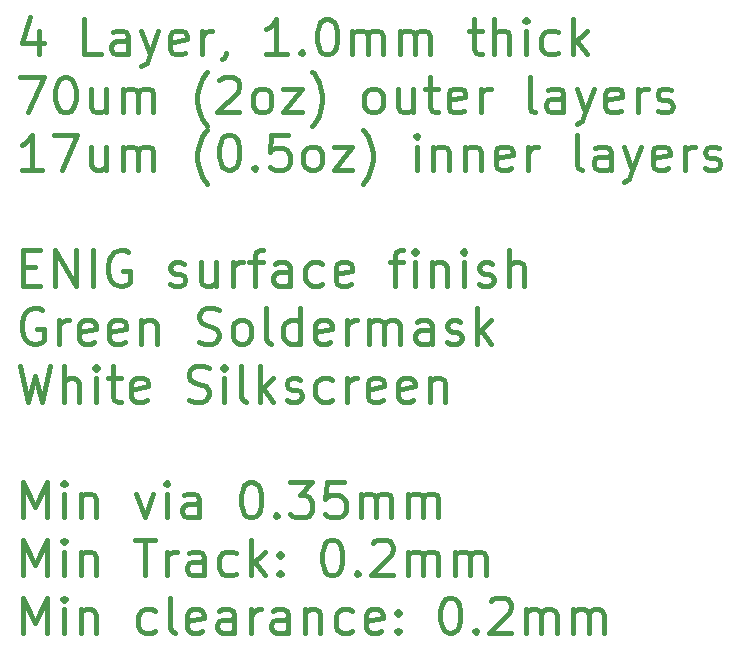
<source format=gbr>
G04 #@! TF.FileFunction,Other,Comment*
%FSLAX46Y46*%
G04 Gerber Fmt 4.6, Leading zero omitted, Abs format (unit mm)*
G04 Created by KiCad (PCBNEW (2016-11-21 revision f7cc0a9)-makepkg) date 06/05/17 10:20:09*
%MOMM*%
%LPD*%
G01*
G04 APERTURE LIST*
%ADD10C,0.100000*%
%ADD11C,0.400000*%
G04 APERTURE END LIST*
D10*
D11*
X169260000Y-53457142D02*
X169260000Y-55457142D01*
X168545714Y-52314285D02*
X167831428Y-54457142D01*
X169688571Y-54457142D01*
X174545714Y-55457142D02*
X173117142Y-55457142D01*
X173117142Y-52457142D01*
X176831428Y-55457142D02*
X176831428Y-53885714D01*
X176688571Y-53600000D01*
X176402857Y-53457142D01*
X175831428Y-53457142D01*
X175545714Y-53600000D01*
X176831428Y-55314285D02*
X176545714Y-55457142D01*
X175831428Y-55457142D01*
X175545714Y-55314285D01*
X175402857Y-55028571D01*
X175402857Y-54742857D01*
X175545714Y-54457142D01*
X175831428Y-54314285D01*
X176545714Y-54314285D01*
X176831428Y-54171428D01*
X177974285Y-53457142D02*
X178688571Y-55457142D01*
X179402857Y-53457142D02*
X178688571Y-55457142D01*
X178402857Y-56171428D01*
X178260000Y-56314285D01*
X177974285Y-56457142D01*
X181688571Y-55314285D02*
X181402857Y-55457142D01*
X180831428Y-55457142D01*
X180545714Y-55314285D01*
X180402857Y-55028571D01*
X180402857Y-53885714D01*
X180545714Y-53600000D01*
X180831428Y-53457142D01*
X181402857Y-53457142D01*
X181688571Y-53600000D01*
X181831428Y-53885714D01*
X181831428Y-54171428D01*
X180402857Y-54457142D01*
X183117142Y-55457142D02*
X183117142Y-53457142D01*
X183117142Y-54028571D02*
X183260000Y-53742857D01*
X183402857Y-53600000D01*
X183688571Y-53457142D01*
X183974285Y-53457142D01*
X185117142Y-55314285D02*
X185117142Y-55457142D01*
X184974285Y-55742857D01*
X184831428Y-55885714D01*
X190260000Y-55457142D02*
X188545714Y-55457142D01*
X189402857Y-55457142D02*
X189402857Y-52457142D01*
X189117142Y-52885714D01*
X188831428Y-53171428D01*
X188545714Y-53314285D01*
X191545714Y-55171428D02*
X191688571Y-55314285D01*
X191545714Y-55457142D01*
X191402857Y-55314285D01*
X191545714Y-55171428D01*
X191545714Y-55457142D01*
X193545714Y-52457142D02*
X193831428Y-52457142D01*
X194117142Y-52600000D01*
X194260000Y-52742857D01*
X194402857Y-53028571D01*
X194545714Y-53600000D01*
X194545714Y-54314285D01*
X194402857Y-54885714D01*
X194260000Y-55171428D01*
X194117142Y-55314285D01*
X193831428Y-55457142D01*
X193545714Y-55457142D01*
X193260000Y-55314285D01*
X193117142Y-55171428D01*
X192974285Y-54885714D01*
X192831428Y-54314285D01*
X192831428Y-53600000D01*
X192974285Y-53028571D01*
X193117142Y-52742857D01*
X193260000Y-52600000D01*
X193545714Y-52457142D01*
X195831428Y-55457142D02*
X195831428Y-53457142D01*
X195831428Y-53742857D02*
X195974285Y-53600000D01*
X196260000Y-53457142D01*
X196688571Y-53457142D01*
X196974285Y-53600000D01*
X197117142Y-53885714D01*
X197117142Y-55457142D01*
X197117142Y-53885714D02*
X197260000Y-53600000D01*
X197545714Y-53457142D01*
X197974285Y-53457142D01*
X198260000Y-53600000D01*
X198402857Y-53885714D01*
X198402857Y-55457142D01*
X199831428Y-55457142D02*
X199831428Y-53457142D01*
X199831428Y-53742857D02*
X199974285Y-53600000D01*
X200260000Y-53457142D01*
X200688571Y-53457142D01*
X200974285Y-53600000D01*
X201117142Y-53885714D01*
X201117142Y-55457142D01*
X201117142Y-53885714D02*
X201260000Y-53600000D01*
X201545714Y-53457142D01*
X201974285Y-53457142D01*
X202260000Y-53600000D01*
X202402857Y-53885714D01*
X202402857Y-55457142D01*
X205688571Y-53457142D02*
X206831428Y-53457142D01*
X206117142Y-52457142D02*
X206117142Y-55028571D01*
X206260000Y-55314285D01*
X206545714Y-55457142D01*
X206831428Y-55457142D01*
X207831428Y-55457142D02*
X207831428Y-52457142D01*
X209117142Y-55457142D02*
X209117142Y-53885714D01*
X208974285Y-53600000D01*
X208688571Y-53457142D01*
X208260000Y-53457142D01*
X207974285Y-53600000D01*
X207831428Y-53742857D01*
X210545714Y-55457142D02*
X210545714Y-53457142D01*
X210545714Y-52457142D02*
X210402857Y-52600000D01*
X210545714Y-52742857D01*
X210688571Y-52600000D01*
X210545714Y-52457142D01*
X210545714Y-52742857D01*
X213260000Y-55314285D02*
X212974285Y-55457142D01*
X212402857Y-55457142D01*
X212117142Y-55314285D01*
X211974285Y-55171428D01*
X211831428Y-54885714D01*
X211831428Y-54028571D01*
X211974285Y-53742857D01*
X212117142Y-53600000D01*
X212402857Y-53457142D01*
X212974285Y-53457142D01*
X213260000Y-53600000D01*
X214545714Y-55457142D02*
X214545714Y-52457142D01*
X214831428Y-54314285D02*
X215688571Y-55457142D01*
X215688571Y-53457142D02*
X214545714Y-54600000D01*
X167688571Y-57357142D02*
X169688571Y-57357142D01*
X168402857Y-60357142D01*
X171402857Y-57357142D02*
X171688571Y-57357142D01*
X171974285Y-57500000D01*
X172117142Y-57642857D01*
X172260000Y-57928571D01*
X172402857Y-58500000D01*
X172402857Y-59214285D01*
X172260000Y-59785714D01*
X172117142Y-60071428D01*
X171974285Y-60214285D01*
X171688571Y-60357142D01*
X171402857Y-60357142D01*
X171117142Y-60214285D01*
X170974285Y-60071428D01*
X170831428Y-59785714D01*
X170688571Y-59214285D01*
X170688571Y-58500000D01*
X170831428Y-57928571D01*
X170974285Y-57642857D01*
X171117142Y-57500000D01*
X171402857Y-57357142D01*
X174974285Y-58357142D02*
X174974285Y-60357142D01*
X173688571Y-58357142D02*
X173688571Y-59928571D01*
X173831428Y-60214285D01*
X174117142Y-60357142D01*
X174545714Y-60357142D01*
X174831428Y-60214285D01*
X174974285Y-60071428D01*
X176402857Y-60357142D02*
X176402857Y-58357142D01*
X176402857Y-58642857D02*
X176545714Y-58500000D01*
X176831428Y-58357142D01*
X177260000Y-58357142D01*
X177545714Y-58500000D01*
X177688571Y-58785714D01*
X177688571Y-60357142D01*
X177688571Y-58785714D02*
X177831428Y-58500000D01*
X178117142Y-58357142D01*
X178545714Y-58357142D01*
X178831428Y-58500000D01*
X178974285Y-58785714D01*
X178974285Y-60357142D01*
X183545714Y-61500000D02*
X183402857Y-61357142D01*
X183117142Y-60928571D01*
X182974285Y-60642857D01*
X182831428Y-60214285D01*
X182688571Y-59500000D01*
X182688571Y-58928571D01*
X182831428Y-58214285D01*
X182974285Y-57785714D01*
X183117142Y-57500000D01*
X183402857Y-57071428D01*
X183545714Y-56928571D01*
X184545714Y-57642857D02*
X184688571Y-57500000D01*
X184974285Y-57357142D01*
X185688571Y-57357142D01*
X185974285Y-57500000D01*
X186117142Y-57642857D01*
X186260000Y-57928571D01*
X186260000Y-58214285D01*
X186117142Y-58642857D01*
X184402857Y-60357142D01*
X186260000Y-60357142D01*
X187974285Y-60357142D02*
X187688571Y-60214285D01*
X187545714Y-60071428D01*
X187402857Y-59785714D01*
X187402857Y-58928571D01*
X187545714Y-58642857D01*
X187688571Y-58500000D01*
X187974285Y-58357142D01*
X188402857Y-58357142D01*
X188688571Y-58500000D01*
X188831428Y-58642857D01*
X188974285Y-58928571D01*
X188974285Y-59785714D01*
X188831428Y-60071428D01*
X188688571Y-60214285D01*
X188402857Y-60357142D01*
X187974285Y-60357142D01*
X189974285Y-58357142D02*
X191545714Y-58357142D01*
X189974285Y-60357142D01*
X191545714Y-60357142D01*
X192402857Y-61500000D02*
X192545714Y-61357142D01*
X192831428Y-60928571D01*
X192974285Y-60642857D01*
X193117142Y-60214285D01*
X193260000Y-59500000D01*
X193260000Y-58928571D01*
X193117142Y-58214285D01*
X192974285Y-57785714D01*
X192831428Y-57500000D01*
X192545714Y-57071428D01*
X192402857Y-56928571D01*
X197402857Y-60357142D02*
X197117142Y-60214285D01*
X196974285Y-60071428D01*
X196831428Y-59785714D01*
X196831428Y-58928571D01*
X196974285Y-58642857D01*
X197117142Y-58500000D01*
X197402857Y-58357142D01*
X197831428Y-58357142D01*
X198117142Y-58500000D01*
X198260000Y-58642857D01*
X198402857Y-58928571D01*
X198402857Y-59785714D01*
X198260000Y-60071428D01*
X198117142Y-60214285D01*
X197831428Y-60357142D01*
X197402857Y-60357142D01*
X200974285Y-58357142D02*
X200974285Y-60357142D01*
X199688571Y-58357142D02*
X199688571Y-59928571D01*
X199831428Y-60214285D01*
X200117142Y-60357142D01*
X200545714Y-60357142D01*
X200831428Y-60214285D01*
X200974285Y-60071428D01*
X201974285Y-58357142D02*
X203117142Y-58357142D01*
X202402857Y-57357142D02*
X202402857Y-59928571D01*
X202545714Y-60214285D01*
X202831428Y-60357142D01*
X203117142Y-60357142D01*
X205260000Y-60214285D02*
X204974285Y-60357142D01*
X204402857Y-60357142D01*
X204117142Y-60214285D01*
X203974285Y-59928571D01*
X203974285Y-58785714D01*
X204117142Y-58500000D01*
X204402857Y-58357142D01*
X204974285Y-58357142D01*
X205260000Y-58500000D01*
X205402857Y-58785714D01*
X205402857Y-59071428D01*
X203974285Y-59357142D01*
X206688571Y-60357142D02*
X206688571Y-58357142D01*
X206688571Y-58928571D02*
X206831428Y-58642857D01*
X206974285Y-58500000D01*
X207260000Y-58357142D01*
X207545714Y-58357142D01*
X211260000Y-60357142D02*
X210974285Y-60214285D01*
X210831428Y-59928571D01*
X210831428Y-57357142D01*
X213688571Y-60357142D02*
X213688571Y-58785714D01*
X213545714Y-58500000D01*
X213260000Y-58357142D01*
X212688571Y-58357142D01*
X212402857Y-58500000D01*
X213688571Y-60214285D02*
X213402857Y-60357142D01*
X212688571Y-60357142D01*
X212402857Y-60214285D01*
X212260000Y-59928571D01*
X212260000Y-59642857D01*
X212402857Y-59357142D01*
X212688571Y-59214285D01*
X213402857Y-59214285D01*
X213688571Y-59071428D01*
X214831428Y-58357142D02*
X215545714Y-60357142D01*
X216260000Y-58357142D02*
X215545714Y-60357142D01*
X215260000Y-61071428D01*
X215117142Y-61214285D01*
X214831428Y-61357142D01*
X218545714Y-60214285D02*
X218260000Y-60357142D01*
X217688571Y-60357142D01*
X217402857Y-60214285D01*
X217260000Y-59928571D01*
X217260000Y-58785714D01*
X217402857Y-58500000D01*
X217688571Y-58357142D01*
X218260000Y-58357142D01*
X218545714Y-58500000D01*
X218688571Y-58785714D01*
X218688571Y-59071428D01*
X217260000Y-59357142D01*
X219974285Y-60357142D02*
X219974285Y-58357142D01*
X219974285Y-58928571D02*
X220117142Y-58642857D01*
X220260000Y-58500000D01*
X220545714Y-58357142D01*
X220831428Y-58357142D01*
X221688571Y-60214285D02*
X221974285Y-60357142D01*
X222545714Y-60357142D01*
X222831428Y-60214285D01*
X222974285Y-59928571D01*
X222974285Y-59785714D01*
X222831428Y-59500000D01*
X222545714Y-59357142D01*
X222117142Y-59357142D01*
X221831428Y-59214285D01*
X221688571Y-58928571D01*
X221688571Y-58785714D01*
X221831428Y-58500000D01*
X222117142Y-58357142D01*
X222545714Y-58357142D01*
X222831428Y-58500000D01*
X169545714Y-65257142D02*
X167831428Y-65257142D01*
X168688571Y-65257142D02*
X168688571Y-62257142D01*
X168402857Y-62685714D01*
X168117142Y-62971428D01*
X167831428Y-63114285D01*
X170545714Y-62257142D02*
X172545714Y-62257142D01*
X171260000Y-65257142D01*
X174974285Y-63257142D02*
X174974285Y-65257142D01*
X173688571Y-63257142D02*
X173688571Y-64828571D01*
X173831428Y-65114285D01*
X174117142Y-65257142D01*
X174545714Y-65257142D01*
X174831428Y-65114285D01*
X174974285Y-64971428D01*
X176402857Y-65257142D02*
X176402857Y-63257142D01*
X176402857Y-63542857D02*
X176545714Y-63400000D01*
X176831428Y-63257142D01*
X177260000Y-63257142D01*
X177545714Y-63400000D01*
X177688571Y-63685714D01*
X177688571Y-65257142D01*
X177688571Y-63685714D02*
X177831428Y-63400000D01*
X178117142Y-63257142D01*
X178545714Y-63257142D01*
X178831428Y-63400000D01*
X178974285Y-63685714D01*
X178974285Y-65257142D01*
X183545714Y-66400000D02*
X183402857Y-66257142D01*
X183117142Y-65828571D01*
X182974285Y-65542857D01*
X182831428Y-65114285D01*
X182688571Y-64400000D01*
X182688571Y-63828571D01*
X182831428Y-63114285D01*
X182974285Y-62685714D01*
X183117142Y-62400000D01*
X183402857Y-61971428D01*
X183545714Y-61828571D01*
X185260000Y-62257142D02*
X185545714Y-62257142D01*
X185831428Y-62400000D01*
X185974285Y-62542857D01*
X186117142Y-62828571D01*
X186260000Y-63400000D01*
X186260000Y-64114285D01*
X186117142Y-64685714D01*
X185974285Y-64971428D01*
X185831428Y-65114285D01*
X185545714Y-65257142D01*
X185260000Y-65257142D01*
X184974285Y-65114285D01*
X184831428Y-64971428D01*
X184688571Y-64685714D01*
X184545714Y-64114285D01*
X184545714Y-63400000D01*
X184688571Y-62828571D01*
X184831428Y-62542857D01*
X184974285Y-62400000D01*
X185260000Y-62257142D01*
X187545714Y-64971428D02*
X187688571Y-65114285D01*
X187545714Y-65257142D01*
X187402857Y-65114285D01*
X187545714Y-64971428D01*
X187545714Y-65257142D01*
X190402857Y-62257142D02*
X188974285Y-62257142D01*
X188831428Y-63685714D01*
X188974285Y-63542857D01*
X189260000Y-63400000D01*
X189974285Y-63400000D01*
X190260000Y-63542857D01*
X190402857Y-63685714D01*
X190545714Y-63971428D01*
X190545714Y-64685714D01*
X190402857Y-64971428D01*
X190260000Y-65114285D01*
X189974285Y-65257142D01*
X189260000Y-65257142D01*
X188974285Y-65114285D01*
X188831428Y-64971428D01*
X192260000Y-65257142D02*
X191974285Y-65114285D01*
X191831428Y-64971428D01*
X191688571Y-64685714D01*
X191688571Y-63828571D01*
X191831428Y-63542857D01*
X191974285Y-63400000D01*
X192260000Y-63257142D01*
X192688571Y-63257142D01*
X192974285Y-63400000D01*
X193117142Y-63542857D01*
X193260000Y-63828571D01*
X193260000Y-64685714D01*
X193117142Y-64971428D01*
X192974285Y-65114285D01*
X192688571Y-65257142D01*
X192260000Y-65257142D01*
X194260000Y-63257142D02*
X195831428Y-63257142D01*
X194260000Y-65257142D01*
X195831428Y-65257142D01*
X196688571Y-66400000D02*
X196831428Y-66257142D01*
X197117142Y-65828571D01*
X197260000Y-65542857D01*
X197402857Y-65114285D01*
X197545714Y-64400000D01*
X197545714Y-63828571D01*
X197402857Y-63114285D01*
X197260000Y-62685714D01*
X197117142Y-62400000D01*
X196831428Y-61971428D01*
X196688571Y-61828571D01*
X201260000Y-65257142D02*
X201260000Y-63257142D01*
X201260000Y-62257142D02*
X201117142Y-62400000D01*
X201260000Y-62542857D01*
X201402857Y-62400000D01*
X201260000Y-62257142D01*
X201260000Y-62542857D01*
X202688571Y-63257142D02*
X202688571Y-65257142D01*
X202688571Y-63542857D02*
X202831428Y-63400000D01*
X203117142Y-63257142D01*
X203545714Y-63257142D01*
X203831428Y-63400000D01*
X203974285Y-63685714D01*
X203974285Y-65257142D01*
X205402857Y-63257142D02*
X205402857Y-65257142D01*
X205402857Y-63542857D02*
X205545714Y-63400000D01*
X205831428Y-63257142D01*
X206260000Y-63257142D01*
X206545714Y-63400000D01*
X206688571Y-63685714D01*
X206688571Y-65257142D01*
X209260000Y-65114285D02*
X208974285Y-65257142D01*
X208402857Y-65257142D01*
X208117142Y-65114285D01*
X207974285Y-64828571D01*
X207974285Y-63685714D01*
X208117142Y-63400000D01*
X208402857Y-63257142D01*
X208974285Y-63257142D01*
X209260000Y-63400000D01*
X209402857Y-63685714D01*
X209402857Y-63971428D01*
X207974285Y-64257142D01*
X210688571Y-65257142D02*
X210688571Y-63257142D01*
X210688571Y-63828571D02*
X210831428Y-63542857D01*
X210974285Y-63400000D01*
X211260000Y-63257142D01*
X211545714Y-63257142D01*
X215260000Y-65257142D02*
X214974285Y-65114285D01*
X214831428Y-64828571D01*
X214831428Y-62257142D01*
X217688571Y-65257142D02*
X217688571Y-63685714D01*
X217545714Y-63400000D01*
X217260000Y-63257142D01*
X216688571Y-63257142D01*
X216402857Y-63400000D01*
X217688571Y-65114285D02*
X217402857Y-65257142D01*
X216688571Y-65257142D01*
X216402857Y-65114285D01*
X216260000Y-64828571D01*
X216260000Y-64542857D01*
X216402857Y-64257142D01*
X216688571Y-64114285D01*
X217402857Y-64114285D01*
X217688571Y-63971428D01*
X218831428Y-63257142D02*
X219545714Y-65257142D01*
X220260000Y-63257142D02*
X219545714Y-65257142D01*
X219260000Y-65971428D01*
X219117142Y-66114285D01*
X218831428Y-66257142D01*
X222545714Y-65114285D02*
X222260000Y-65257142D01*
X221688571Y-65257142D01*
X221402857Y-65114285D01*
X221260000Y-64828571D01*
X221260000Y-63685714D01*
X221402857Y-63400000D01*
X221688571Y-63257142D01*
X222260000Y-63257142D01*
X222545714Y-63400000D01*
X222688571Y-63685714D01*
X222688571Y-63971428D01*
X221260000Y-64257142D01*
X223974285Y-65257142D02*
X223974285Y-63257142D01*
X223974285Y-63828571D02*
X224117142Y-63542857D01*
X224260000Y-63400000D01*
X224545714Y-63257142D01*
X224831428Y-63257142D01*
X225688571Y-65114285D02*
X225974285Y-65257142D01*
X226545714Y-65257142D01*
X226831428Y-65114285D01*
X226974285Y-64828571D01*
X226974285Y-64685714D01*
X226831428Y-64400000D01*
X226545714Y-64257142D01*
X226117142Y-64257142D01*
X225831428Y-64114285D01*
X225688571Y-63828571D01*
X225688571Y-63685714D01*
X225831428Y-63400000D01*
X226117142Y-63257142D01*
X226545714Y-63257142D01*
X226831428Y-63400000D01*
X167974285Y-73485714D02*
X168974285Y-73485714D01*
X169402857Y-75057142D02*
X167974285Y-75057142D01*
X167974285Y-72057142D01*
X169402857Y-72057142D01*
X170688571Y-75057142D02*
X170688571Y-72057142D01*
X172402857Y-75057142D01*
X172402857Y-72057142D01*
X173831428Y-75057142D02*
X173831428Y-72057142D01*
X176831428Y-72200000D02*
X176545714Y-72057142D01*
X176117142Y-72057142D01*
X175688571Y-72200000D01*
X175402857Y-72485714D01*
X175260000Y-72771428D01*
X175117142Y-73342857D01*
X175117142Y-73771428D01*
X175260000Y-74342857D01*
X175402857Y-74628571D01*
X175688571Y-74914285D01*
X176117142Y-75057142D01*
X176402857Y-75057142D01*
X176831428Y-74914285D01*
X176974285Y-74771428D01*
X176974285Y-73771428D01*
X176402857Y-73771428D01*
X180402857Y-74914285D02*
X180688571Y-75057142D01*
X181260000Y-75057142D01*
X181545714Y-74914285D01*
X181688571Y-74628571D01*
X181688571Y-74485714D01*
X181545714Y-74200000D01*
X181260000Y-74057142D01*
X180831428Y-74057142D01*
X180545714Y-73914285D01*
X180402857Y-73628571D01*
X180402857Y-73485714D01*
X180545714Y-73200000D01*
X180831428Y-73057142D01*
X181260000Y-73057142D01*
X181545714Y-73200000D01*
X184260000Y-73057142D02*
X184260000Y-75057142D01*
X182974285Y-73057142D02*
X182974285Y-74628571D01*
X183117142Y-74914285D01*
X183402857Y-75057142D01*
X183831428Y-75057142D01*
X184117142Y-74914285D01*
X184260000Y-74771428D01*
X185688571Y-75057142D02*
X185688571Y-73057142D01*
X185688571Y-73628571D02*
X185831428Y-73342857D01*
X185974285Y-73200000D01*
X186260000Y-73057142D01*
X186545714Y-73057142D01*
X187117142Y-73057142D02*
X188260000Y-73057142D01*
X187545714Y-75057142D02*
X187545714Y-72485714D01*
X187688571Y-72200000D01*
X187974285Y-72057142D01*
X188260000Y-72057142D01*
X190545714Y-75057142D02*
X190545714Y-73485714D01*
X190402857Y-73200000D01*
X190117142Y-73057142D01*
X189545714Y-73057142D01*
X189260000Y-73200000D01*
X190545714Y-74914285D02*
X190260000Y-75057142D01*
X189545714Y-75057142D01*
X189260000Y-74914285D01*
X189117142Y-74628571D01*
X189117142Y-74342857D01*
X189260000Y-74057142D01*
X189545714Y-73914285D01*
X190260000Y-73914285D01*
X190545714Y-73771428D01*
X193260000Y-74914285D02*
X192974285Y-75057142D01*
X192402857Y-75057142D01*
X192117142Y-74914285D01*
X191974285Y-74771428D01*
X191831428Y-74485714D01*
X191831428Y-73628571D01*
X191974285Y-73342857D01*
X192117142Y-73200000D01*
X192402857Y-73057142D01*
X192974285Y-73057142D01*
X193260000Y-73200000D01*
X195688571Y-74914285D02*
X195402857Y-75057142D01*
X194831428Y-75057142D01*
X194545714Y-74914285D01*
X194402857Y-74628571D01*
X194402857Y-73485714D01*
X194545714Y-73200000D01*
X194831428Y-73057142D01*
X195402857Y-73057142D01*
X195688571Y-73200000D01*
X195831428Y-73485714D01*
X195831428Y-73771428D01*
X194402857Y-74057142D01*
X198974285Y-73057142D02*
X200117142Y-73057142D01*
X199402857Y-75057142D02*
X199402857Y-72485714D01*
X199545714Y-72200000D01*
X199831428Y-72057142D01*
X200117142Y-72057142D01*
X201117142Y-75057142D02*
X201117142Y-73057142D01*
X201117142Y-72057142D02*
X200974285Y-72200000D01*
X201117142Y-72342857D01*
X201260000Y-72200000D01*
X201117142Y-72057142D01*
X201117142Y-72342857D01*
X202545714Y-73057142D02*
X202545714Y-75057142D01*
X202545714Y-73342857D02*
X202688571Y-73200000D01*
X202974285Y-73057142D01*
X203402857Y-73057142D01*
X203688571Y-73200000D01*
X203831428Y-73485714D01*
X203831428Y-75057142D01*
X205260000Y-75057142D02*
X205260000Y-73057142D01*
X205260000Y-72057142D02*
X205117142Y-72200000D01*
X205260000Y-72342857D01*
X205402857Y-72200000D01*
X205260000Y-72057142D01*
X205260000Y-72342857D01*
X206545714Y-74914285D02*
X206831428Y-75057142D01*
X207402857Y-75057142D01*
X207688571Y-74914285D01*
X207831428Y-74628571D01*
X207831428Y-74485714D01*
X207688571Y-74200000D01*
X207402857Y-74057142D01*
X206974285Y-74057142D01*
X206688571Y-73914285D01*
X206545714Y-73628571D01*
X206545714Y-73485714D01*
X206688571Y-73200000D01*
X206974285Y-73057142D01*
X207402857Y-73057142D01*
X207688571Y-73200000D01*
X209117142Y-75057142D02*
X209117142Y-72057142D01*
X210402857Y-75057142D02*
X210402857Y-73485714D01*
X210260000Y-73200000D01*
X209974285Y-73057142D01*
X209545714Y-73057142D01*
X209260000Y-73200000D01*
X209117142Y-73342857D01*
X169545714Y-77100000D02*
X169260000Y-76957142D01*
X168831428Y-76957142D01*
X168402857Y-77100000D01*
X168117142Y-77385714D01*
X167974285Y-77671428D01*
X167831428Y-78242857D01*
X167831428Y-78671428D01*
X167974285Y-79242857D01*
X168117142Y-79528571D01*
X168402857Y-79814285D01*
X168831428Y-79957142D01*
X169117142Y-79957142D01*
X169545714Y-79814285D01*
X169688571Y-79671428D01*
X169688571Y-78671428D01*
X169117142Y-78671428D01*
X170974285Y-79957142D02*
X170974285Y-77957142D01*
X170974285Y-78528571D02*
X171117142Y-78242857D01*
X171260000Y-78100000D01*
X171545714Y-77957142D01*
X171831428Y-77957142D01*
X173974285Y-79814285D02*
X173688571Y-79957142D01*
X173117142Y-79957142D01*
X172831428Y-79814285D01*
X172688571Y-79528571D01*
X172688571Y-78385714D01*
X172831428Y-78100000D01*
X173117142Y-77957142D01*
X173688571Y-77957142D01*
X173974285Y-78100000D01*
X174117142Y-78385714D01*
X174117142Y-78671428D01*
X172688571Y-78957142D01*
X176545714Y-79814285D02*
X176260000Y-79957142D01*
X175688571Y-79957142D01*
X175402857Y-79814285D01*
X175260000Y-79528571D01*
X175260000Y-78385714D01*
X175402857Y-78100000D01*
X175688571Y-77957142D01*
X176260000Y-77957142D01*
X176545714Y-78100000D01*
X176688571Y-78385714D01*
X176688571Y-78671428D01*
X175260000Y-78957142D01*
X177974285Y-77957142D02*
X177974285Y-79957142D01*
X177974285Y-78242857D02*
X178117142Y-78100000D01*
X178402857Y-77957142D01*
X178831428Y-77957142D01*
X179117142Y-78100000D01*
X179260000Y-78385714D01*
X179260000Y-79957142D01*
X182831428Y-79814285D02*
X183260000Y-79957142D01*
X183974285Y-79957142D01*
X184260000Y-79814285D01*
X184402857Y-79671428D01*
X184545714Y-79385714D01*
X184545714Y-79100000D01*
X184402857Y-78814285D01*
X184260000Y-78671428D01*
X183974285Y-78528571D01*
X183402857Y-78385714D01*
X183117142Y-78242857D01*
X182974285Y-78100000D01*
X182831428Y-77814285D01*
X182831428Y-77528571D01*
X182974285Y-77242857D01*
X183117142Y-77100000D01*
X183402857Y-76957142D01*
X184117142Y-76957142D01*
X184545714Y-77100000D01*
X186260000Y-79957142D02*
X185974285Y-79814285D01*
X185831428Y-79671428D01*
X185688571Y-79385714D01*
X185688571Y-78528571D01*
X185831428Y-78242857D01*
X185974285Y-78100000D01*
X186260000Y-77957142D01*
X186688571Y-77957142D01*
X186974285Y-78100000D01*
X187117142Y-78242857D01*
X187260000Y-78528571D01*
X187260000Y-79385714D01*
X187117142Y-79671428D01*
X186974285Y-79814285D01*
X186688571Y-79957142D01*
X186260000Y-79957142D01*
X188974285Y-79957142D02*
X188688571Y-79814285D01*
X188545714Y-79528571D01*
X188545714Y-76957142D01*
X191402857Y-79957142D02*
X191402857Y-76957142D01*
X191402857Y-79814285D02*
X191117142Y-79957142D01*
X190545714Y-79957142D01*
X190260000Y-79814285D01*
X190117142Y-79671428D01*
X189974285Y-79385714D01*
X189974285Y-78528571D01*
X190117142Y-78242857D01*
X190260000Y-78100000D01*
X190545714Y-77957142D01*
X191117142Y-77957142D01*
X191402857Y-78100000D01*
X193974285Y-79814285D02*
X193688571Y-79957142D01*
X193117142Y-79957142D01*
X192831428Y-79814285D01*
X192688571Y-79528571D01*
X192688571Y-78385714D01*
X192831428Y-78100000D01*
X193117142Y-77957142D01*
X193688571Y-77957142D01*
X193974285Y-78100000D01*
X194117142Y-78385714D01*
X194117142Y-78671428D01*
X192688571Y-78957142D01*
X195402857Y-79957142D02*
X195402857Y-77957142D01*
X195402857Y-78528571D02*
X195545714Y-78242857D01*
X195688571Y-78100000D01*
X195974285Y-77957142D01*
X196260000Y-77957142D01*
X197260000Y-79957142D02*
X197260000Y-77957142D01*
X197260000Y-78242857D02*
X197402857Y-78100000D01*
X197688571Y-77957142D01*
X198117142Y-77957142D01*
X198402857Y-78100000D01*
X198545714Y-78385714D01*
X198545714Y-79957142D01*
X198545714Y-78385714D02*
X198688571Y-78100000D01*
X198974285Y-77957142D01*
X199402857Y-77957142D01*
X199688571Y-78100000D01*
X199831428Y-78385714D01*
X199831428Y-79957142D01*
X202545714Y-79957142D02*
X202545714Y-78385714D01*
X202402857Y-78100000D01*
X202117142Y-77957142D01*
X201545714Y-77957142D01*
X201260000Y-78100000D01*
X202545714Y-79814285D02*
X202260000Y-79957142D01*
X201545714Y-79957142D01*
X201260000Y-79814285D01*
X201117142Y-79528571D01*
X201117142Y-79242857D01*
X201260000Y-78957142D01*
X201545714Y-78814285D01*
X202260000Y-78814285D01*
X202545714Y-78671428D01*
X203831428Y-79814285D02*
X204117142Y-79957142D01*
X204688571Y-79957142D01*
X204974285Y-79814285D01*
X205117142Y-79528571D01*
X205117142Y-79385714D01*
X204974285Y-79100000D01*
X204688571Y-78957142D01*
X204260000Y-78957142D01*
X203974285Y-78814285D01*
X203831428Y-78528571D01*
X203831428Y-78385714D01*
X203974285Y-78100000D01*
X204260000Y-77957142D01*
X204688571Y-77957142D01*
X204974285Y-78100000D01*
X206402857Y-79957142D02*
X206402857Y-76957142D01*
X206688571Y-78814285D02*
X207545714Y-79957142D01*
X207545714Y-77957142D02*
X206402857Y-79100000D01*
X167688571Y-81857142D02*
X168402857Y-84857142D01*
X168974285Y-82714285D01*
X169545714Y-84857142D01*
X170260000Y-81857142D01*
X171402857Y-84857142D02*
X171402857Y-81857142D01*
X172688571Y-84857142D02*
X172688571Y-83285714D01*
X172545714Y-83000000D01*
X172260000Y-82857142D01*
X171831428Y-82857142D01*
X171545714Y-83000000D01*
X171402857Y-83142857D01*
X174117142Y-84857142D02*
X174117142Y-82857142D01*
X174117142Y-81857142D02*
X173974285Y-82000000D01*
X174117142Y-82142857D01*
X174260000Y-82000000D01*
X174117142Y-81857142D01*
X174117142Y-82142857D01*
X175117142Y-82857142D02*
X176260000Y-82857142D01*
X175545714Y-81857142D02*
X175545714Y-84428571D01*
X175688571Y-84714285D01*
X175974285Y-84857142D01*
X176260000Y-84857142D01*
X178402857Y-84714285D02*
X178117142Y-84857142D01*
X177545714Y-84857142D01*
X177260000Y-84714285D01*
X177117142Y-84428571D01*
X177117142Y-83285714D01*
X177260000Y-83000000D01*
X177545714Y-82857142D01*
X178117142Y-82857142D01*
X178402857Y-83000000D01*
X178545714Y-83285714D01*
X178545714Y-83571428D01*
X177117142Y-83857142D01*
X181974285Y-84714285D02*
X182402857Y-84857142D01*
X183117142Y-84857142D01*
X183402857Y-84714285D01*
X183545714Y-84571428D01*
X183688571Y-84285714D01*
X183688571Y-84000000D01*
X183545714Y-83714285D01*
X183402857Y-83571428D01*
X183117142Y-83428571D01*
X182545714Y-83285714D01*
X182260000Y-83142857D01*
X182117142Y-83000000D01*
X181974285Y-82714285D01*
X181974285Y-82428571D01*
X182117142Y-82142857D01*
X182260000Y-82000000D01*
X182545714Y-81857142D01*
X183260000Y-81857142D01*
X183688571Y-82000000D01*
X184974285Y-84857142D02*
X184974285Y-82857142D01*
X184974285Y-81857142D02*
X184831428Y-82000000D01*
X184974285Y-82142857D01*
X185117142Y-82000000D01*
X184974285Y-81857142D01*
X184974285Y-82142857D01*
X186831428Y-84857142D02*
X186545714Y-84714285D01*
X186402857Y-84428571D01*
X186402857Y-81857142D01*
X187974285Y-84857142D02*
X187974285Y-81857142D01*
X188260000Y-83714285D02*
X189117142Y-84857142D01*
X189117142Y-82857142D02*
X187974285Y-84000000D01*
X190260000Y-84714285D02*
X190545714Y-84857142D01*
X191117142Y-84857142D01*
X191402857Y-84714285D01*
X191545714Y-84428571D01*
X191545714Y-84285714D01*
X191402857Y-84000000D01*
X191117142Y-83857142D01*
X190688571Y-83857142D01*
X190402857Y-83714285D01*
X190260000Y-83428571D01*
X190260000Y-83285714D01*
X190402857Y-83000000D01*
X190688571Y-82857142D01*
X191117142Y-82857142D01*
X191402857Y-83000000D01*
X194117142Y-84714285D02*
X193831428Y-84857142D01*
X193260000Y-84857142D01*
X192974285Y-84714285D01*
X192831428Y-84571428D01*
X192688571Y-84285714D01*
X192688571Y-83428571D01*
X192831428Y-83142857D01*
X192974285Y-83000000D01*
X193260000Y-82857142D01*
X193831428Y-82857142D01*
X194117142Y-83000000D01*
X195402857Y-84857142D02*
X195402857Y-82857142D01*
X195402857Y-83428571D02*
X195545714Y-83142857D01*
X195688571Y-83000000D01*
X195974285Y-82857142D01*
X196260000Y-82857142D01*
X198402857Y-84714285D02*
X198117142Y-84857142D01*
X197545714Y-84857142D01*
X197260000Y-84714285D01*
X197117142Y-84428571D01*
X197117142Y-83285714D01*
X197260000Y-83000000D01*
X197545714Y-82857142D01*
X198117142Y-82857142D01*
X198402857Y-83000000D01*
X198545714Y-83285714D01*
X198545714Y-83571428D01*
X197117142Y-83857142D01*
X200974285Y-84714285D02*
X200688571Y-84857142D01*
X200117142Y-84857142D01*
X199831428Y-84714285D01*
X199688571Y-84428571D01*
X199688571Y-83285714D01*
X199831428Y-83000000D01*
X200117142Y-82857142D01*
X200688571Y-82857142D01*
X200974285Y-83000000D01*
X201117142Y-83285714D01*
X201117142Y-83571428D01*
X199688571Y-83857142D01*
X202402857Y-82857142D02*
X202402857Y-84857142D01*
X202402857Y-83142857D02*
X202545714Y-83000000D01*
X202831428Y-82857142D01*
X203260000Y-82857142D01*
X203545714Y-83000000D01*
X203688571Y-83285714D01*
X203688571Y-84857142D01*
X167974285Y-94657142D02*
X167974285Y-91657142D01*
X168974285Y-93800000D01*
X169974285Y-91657142D01*
X169974285Y-94657142D01*
X171402857Y-94657142D02*
X171402857Y-92657142D01*
X171402857Y-91657142D02*
X171260000Y-91800000D01*
X171402857Y-91942857D01*
X171545714Y-91800000D01*
X171402857Y-91657142D01*
X171402857Y-91942857D01*
X172831428Y-92657142D02*
X172831428Y-94657142D01*
X172831428Y-92942857D02*
X172974285Y-92800000D01*
X173260000Y-92657142D01*
X173688571Y-92657142D01*
X173974285Y-92800000D01*
X174117142Y-93085714D01*
X174117142Y-94657142D01*
X177545714Y-92657142D02*
X178260000Y-94657142D01*
X178974285Y-92657142D01*
X180117142Y-94657142D02*
X180117142Y-92657142D01*
X180117142Y-91657142D02*
X179974285Y-91800000D01*
X180117142Y-91942857D01*
X180260000Y-91800000D01*
X180117142Y-91657142D01*
X180117142Y-91942857D01*
X182831428Y-94657142D02*
X182831428Y-93085714D01*
X182688571Y-92800000D01*
X182402857Y-92657142D01*
X181831428Y-92657142D01*
X181545714Y-92800000D01*
X182831428Y-94514285D02*
X182545714Y-94657142D01*
X181831428Y-94657142D01*
X181545714Y-94514285D01*
X181402857Y-94228571D01*
X181402857Y-93942857D01*
X181545714Y-93657142D01*
X181831428Y-93514285D01*
X182545714Y-93514285D01*
X182831428Y-93371428D01*
X187117142Y-91657142D02*
X187402857Y-91657142D01*
X187688571Y-91800000D01*
X187831428Y-91942857D01*
X187974285Y-92228571D01*
X188117142Y-92800000D01*
X188117142Y-93514285D01*
X187974285Y-94085714D01*
X187831428Y-94371428D01*
X187688571Y-94514285D01*
X187402857Y-94657142D01*
X187117142Y-94657142D01*
X186831428Y-94514285D01*
X186688571Y-94371428D01*
X186545714Y-94085714D01*
X186402857Y-93514285D01*
X186402857Y-92800000D01*
X186545714Y-92228571D01*
X186688571Y-91942857D01*
X186831428Y-91800000D01*
X187117142Y-91657142D01*
X189402857Y-94371428D02*
X189545714Y-94514285D01*
X189402857Y-94657142D01*
X189260000Y-94514285D01*
X189402857Y-94371428D01*
X189402857Y-94657142D01*
X190545714Y-91657142D02*
X192402857Y-91657142D01*
X191402857Y-92800000D01*
X191831428Y-92800000D01*
X192117142Y-92942857D01*
X192260000Y-93085714D01*
X192402857Y-93371428D01*
X192402857Y-94085714D01*
X192260000Y-94371428D01*
X192117142Y-94514285D01*
X191831428Y-94657142D01*
X190974285Y-94657142D01*
X190688571Y-94514285D01*
X190545714Y-94371428D01*
X195117142Y-91657142D02*
X193688571Y-91657142D01*
X193545714Y-93085714D01*
X193688571Y-92942857D01*
X193974285Y-92800000D01*
X194688571Y-92800000D01*
X194974285Y-92942857D01*
X195117142Y-93085714D01*
X195260000Y-93371428D01*
X195260000Y-94085714D01*
X195117142Y-94371428D01*
X194974285Y-94514285D01*
X194688571Y-94657142D01*
X193974285Y-94657142D01*
X193688571Y-94514285D01*
X193545714Y-94371428D01*
X196545714Y-94657142D02*
X196545714Y-92657142D01*
X196545714Y-92942857D02*
X196688571Y-92800000D01*
X196974285Y-92657142D01*
X197402857Y-92657142D01*
X197688571Y-92800000D01*
X197831428Y-93085714D01*
X197831428Y-94657142D01*
X197831428Y-93085714D02*
X197974285Y-92800000D01*
X198260000Y-92657142D01*
X198688571Y-92657142D01*
X198974285Y-92800000D01*
X199117142Y-93085714D01*
X199117142Y-94657142D01*
X200545714Y-94657142D02*
X200545714Y-92657142D01*
X200545714Y-92942857D02*
X200688571Y-92800000D01*
X200974285Y-92657142D01*
X201402857Y-92657142D01*
X201688571Y-92800000D01*
X201831428Y-93085714D01*
X201831428Y-94657142D01*
X201831428Y-93085714D02*
X201974285Y-92800000D01*
X202260000Y-92657142D01*
X202688571Y-92657142D01*
X202974285Y-92800000D01*
X203117142Y-93085714D01*
X203117142Y-94657142D01*
X167974285Y-99557142D02*
X167974285Y-96557142D01*
X168974285Y-98700000D01*
X169974285Y-96557142D01*
X169974285Y-99557142D01*
X171402857Y-99557142D02*
X171402857Y-97557142D01*
X171402857Y-96557142D02*
X171260000Y-96700000D01*
X171402857Y-96842857D01*
X171545714Y-96700000D01*
X171402857Y-96557142D01*
X171402857Y-96842857D01*
X172831428Y-97557142D02*
X172831428Y-99557142D01*
X172831428Y-97842857D02*
X172974285Y-97700000D01*
X173260000Y-97557142D01*
X173688571Y-97557142D01*
X173974285Y-97700000D01*
X174117142Y-97985714D01*
X174117142Y-99557142D01*
X177402857Y-96557142D02*
X179117142Y-96557142D01*
X178260000Y-99557142D02*
X178260000Y-96557142D01*
X180117142Y-99557142D02*
X180117142Y-97557142D01*
X180117142Y-98128571D02*
X180260000Y-97842857D01*
X180402857Y-97700000D01*
X180688571Y-97557142D01*
X180974285Y-97557142D01*
X183260000Y-99557142D02*
X183260000Y-97985714D01*
X183117142Y-97700000D01*
X182831428Y-97557142D01*
X182260000Y-97557142D01*
X181974285Y-97700000D01*
X183260000Y-99414285D02*
X182974285Y-99557142D01*
X182260000Y-99557142D01*
X181974285Y-99414285D01*
X181831428Y-99128571D01*
X181831428Y-98842857D01*
X181974285Y-98557142D01*
X182260000Y-98414285D01*
X182974285Y-98414285D01*
X183260000Y-98271428D01*
X185974285Y-99414285D02*
X185688571Y-99557142D01*
X185117142Y-99557142D01*
X184831428Y-99414285D01*
X184688571Y-99271428D01*
X184545714Y-98985714D01*
X184545714Y-98128571D01*
X184688571Y-97842857D01*
X184831428Y-97700000D01*
X185117142Y-97557142D01*
X185688571Y-97557142D01*
X185974285Y-97700000D01*
X187260000Y-99557142D02*
X187260000Y-96557142D01*
X187545714Y-98414285D02*
X188402857Y-99557142D01*
X188402857Y-97557142D02*
X187260000Y-98700000D01*
X189688571Y-99271428D02*
X189831428Y-99414285D01*
X189688571Y-99557142D01*
X189545714Y-99414285D01*
X189688571Y-99271428D01*
X189688571Y-99557142D01*
X189688571Y-97700000D02*
X189831428Y-97842857D01*
X189688571Y-97985714D01*
X189545714Y-97842857D01*
X189688571Y-97700000D01*
X189688571Y-97985714D01*
X193974285Y-96557142D02*
X194260000Y-96557142D01*
X194545714Y-96700000D01*
X194688571Y-96842857D01*
X194831428Y-97128571D01*
X194974285Y-97700000D01*
X194974285Y-98414285D01*
X194831428Y-98985714D01*
X194688571Y-99271428D01*
X194545714Y-99414285D01*
X194260000Y-99557142D01*
X193974285Y-99557142D01*
X193688571Y-99414285D01*
X193545714Y-99271428D01*
X193402857Y-98985714D01*
X193260000Y-98414285D01*
X193260000Y-97700000D01*
X193402857Y-97128571D01*
X193545714Y-96842857D01*
X193688571Y-96700000D01*
X193974285Y-96557142D01*
X196260000Y-99271428D02*
X196402857Y-99414285D01*
X196260000Y-99557142D01*
X196117142Y-99414285D01*
X196260000Y-99271428D01*
X196260000Y-99557142D01*
X197545714Y-96842857D02*
X197688571Y-96700000D01*
X197974285Y-96557142D01*
X198688571Y-96557142D01*
X198974285Y-96700000D01*
X199117142Y-96842857D01*
X199260000Y-97128571D01*
X199260000Y-97414285D01*
X199117142Y-97842857D01*
X197402857Y-99557142D01*
X199260000Y-99557142D01*
X200545714Y-99557142D02*
X200545714Y-97557142D01*
X200545714Y-97842857D02*
X200688571Y-97700000D01*
X200974285Y-97557142D01*
X201402857Y-97557142D01*
X201688571Y-97700000D01*
X201831428Y-97985714D01*
X201831428Y-99557142D01*
X201831428Y-97985714D02*
X201974285Y-97700000D01*
X202260000Y-97557142D01*
X202688571Y-97557142D01*
X202974285Y-97700000D01*
X203117142Y-97985714D01*
X203117142Y-99557142D01*
X204545714Y-99557142D02*
X204545714Y-97557142D01*
X204545714Y-97842857D02*
X204688571Y-97700000D01*
X204974285Y-97557142D01*
X205402857Y-97557142D01*
X205688571Y-97700000D01*
X205831428Y-97985714D01*
X205831428Y-99557142D01*
X205831428Y-97985714D02*
X205974285Y-97700000D01*
X206260000Y-97557142D01*
X206688571Y-97557142D01*
X206974285Y-97700000D01*
X207117142Y-97985714D01*
X207117142Y-99557142D01*
X167974285Y-104457142D02*
X167974285Y-101457142D01*
X168974285Y-103600000D01*
X169974285Y-101457142D01*
X169974285Y-104457142D01*
X171402857Y-104457142D02*
X171402857Y-102457142D01*
X171402857Y-101457142D02*
X171260000Y-101600000D01*
X171402857Y-101742857D01*
X171545714Y-101600000D01*
X171402857Y-101457142D01*
X171402857Y-101742857D01*
X172831428Y-102457142D02*
X172831428Y-104457142D01*
X172831428Y-102742857D02*
X172974285Y-102600000D01*
X173260000Y-102457142D01*
X173688571Y-102457142D01*
X173974285Y-102600000D01*
X174117142Y-102885714D01*
X174117142Y-104457142D01*
X179117142Y-104314285D02*
X178831428Y-104457142D01*
X178260000Y-104457142D01*
X177974285Y-104314285D01*
X177831428Y-104171428D01*
X177688571Y-103885714D01*
X177688571Y-103028571D01*
X177831428Y-102742857D01*
X177974285Y-102600000D01*
X178260000Y-102457142D01*
X178831428Y-102457142D01*
X179117142Y-102600000D01*
X180831428Y-104457142D02*
X180545714Y-104314285D01*
X180402857Y-104028571D01*
X180402857Y-101457142D01*
X183117142Y-104314285D02*
X182831428Y-104457142D01*
X182260000Y-104457142D01*
X181974285Y-104314285D01*
X181831428Y-104028571D01*
X181831428Y-102885714D01*
X181974285Y-102600000D01*
X182260000Y-102457142D01*
X182831428Y-102457142D01*
X183117142Y-102600000D01*
X183260000Y-102885714D01*
X183260000Y-103171428D01*
X181831428Y-103457142D01*
X185831428Y-104457142D02*
X185831428Y-102885714D01*
X185688571Y-102600000D01*
X185402857Y-102457142D01*
X184831428Y-102457142D01*
X184545714Y-102600000D01*
X185831428Y-104314285D02*
X185545714Y-104457142D01*
X184831428Y-104457142D01*
X184545714Y-104314285D01*
X184402857Y-104028571D01*
X184402857Y-103742857D01*
X184545714Y-103457142D01*
X184831428Y-103314285D01*
X185545714Y-103314285D01*
X185831428Y-103171428D01*
X187260000Y-104457142D02*
X187260000Y-102457142D01*
X187260000Y-103028571D02*
X187402857Y-102742857D01*
X187545714Y-102600000D01*
X187831428Y-102457142D01*
X188117142Y-102457142D01*
X190402857Y-104457142D02*
X190402857Y-102885714D01*
X190260000Y-102600000D01*
X189974285Y-102457142D01*
X189402857Y-102457142D01*
X189117142Y-102600000D01*
X190402857Y-104314285D02*
X190117142Y-104457142D01*
X189402857Y-104457142D01*
X189117142Y-104314285D01*
X188974285Y-104028571D01*
X188974285Y-103742857D01*
X189117142Y-103457142D01*
X189402857Y-103314285D01*
X190117142Y-103314285D01*
X190402857Y-103171428D01*
X191831428Y-102457142D02*
X191831428Y-104457142D01*
X191831428Y-102742857D02*
X191974285Y-102600000D01*
X192260000Y-102457142D01*
X192688571Y-102457142D01*
X192974285Y-102600000D01*
X193117142Y-102885714D01*
X193117142Y-104457142D01*
X195831428Y-104314285D02*
X195545714Y-104457142D01*
X194974285Y-104457142D01*
X194688571Y-104314285D01*
X194545714Y-104171428D01*
X194402857Y-103885714D01*
X194402857Y-103028571D01*
X194545714Y-102742857D01*
X194688571Y-102600000D01*
X194974285Y-102457142D01*
X195545714Y-102457142D01*
X195831428Y-102600000D01*
X198260000Y-104314285D02*
X197974285Y-104457142D01*
X197402857Y-104457142D01*
X197117142Y-104314285D01*
X196974285Y-104028571D01*
X196974285Y-102885714D01*
X197117142Y-102600000D01*
X197402857Y-102457142D01*
X197974285Y-102457142D01*
X198260000Y-102600000D01*
X198402857Y-102885714D01*
X198402857Y-103171428D01*
X196974285Y-103457142D01*
X199688571Y-104171428D02*
X199831428Y-104314285D01*
X199688571Y-104457142D01*
X199545714Y-104314285D01*
X199688571Y-104171428D01*
X199688571Y-104457142D01*
X199688571Y-102600000D02*
X199831428Y-102742857D01*
X199688571Y-102885714D01*
X199545714Y-102742857D01*
X199688571Y-102600000D01*
X199688571Y-102885714D01*
X203974285Y-101457142D02*
X204260000Y-101457142D01*
X204545714Y-101600000D01*
X204688571Y-101742857D01*
X204831428Y-102028571D01*
X204974285Y-102600000D01*
X204974285Y-103314285D01*
X204831428Y-103885714D01*
X204688571Y-104171428D01*
X204545714Y-104314285D01*
X204260000Y-104457142D01*
X203974285Y-104457142D01*
X203688571Y-104314285D01*
X203545714Y-104171428D01*
X203402857Y-103885714D01*
X203260000Y-103314285D01*
X203260000Y-102600000D01*
X203402857Y-102028571D01*
X203545714Y-101742857D01*
X203688571Y-101600000D01*
X203974285Y-101457142D01*
X206260000Y-104171428D02*
X206402857Y-104314285D01*
X206260000Y-104457142D01*
X206117142Y-104314285D01*
X206260000Y-104171428D01*
X206260000Y-104457142D01*
X207545714Y-101742857D02*
X207688571Y-101600000D01*
X207974285Y-101457142D01*
X208688571Y-101457142D01*
X208974285Y-101600000D01*
X209117142Y-101742857D01*
X209260000Y-102028571D01*
X209260000Y-102314285D01*
X209117142Y-102742857D01*
X207402857Y-104457142D01*
X209260000Y-104457142D01*
X210545714Y-104457142D02*
X210545714Y-102457142D01*
X210545714Y-102742857D02*
X210688571Y-102600000D01*
X210974285Y-102457142D01*
X211402857Y-102457142D01*
X211688571Y-102600000D01*
X211831428Y-102885714D01*
X211831428Y-104457142D01*
X211831428Y-102885714D02*
X211974285Y-102600000D01*
X212260000Y-102457142D01*
X212688571Y-102457142D01*
X212974285Y-102600000D01*
X213117142Y-102885714D01*
X213117142Y-104457142D01*
X214545714Y-104457142D02*
X214545714Y-102457142D01*
X214545714Y-102742857D02*
X214688571Y-102600000D01*
X214974285Y-102457142D01*
X215402857Y-102457142D01*
X215688571Y-102600000D01*
X215831428Y-102885714D01*
X215831428Y-104457142D01*
X215831428Y-102885714D02*
X215974285Y-102600000D01*
X216260000Y-102457142D01*
X216688571Y-102457142D01*
X216974285Y-102600000D01*
X217117142Y-102885714D01*
X217117142Y-104457142D01*
M02*

</source>
